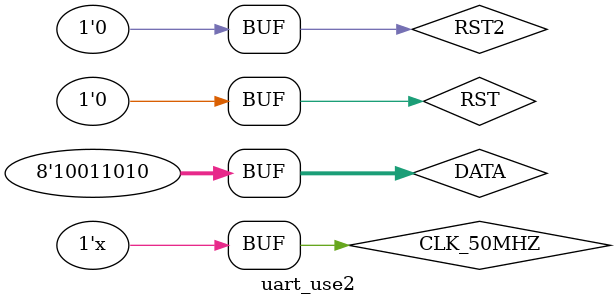
<source format=v>
`timescale 1ns / 1ps
module uart_use2(
    );

reg RST, RST2;
wire CLK_RX, CLK_TX;
reg WR_EN;
reg [7:0] DATA;
wire TX;

reg [3:0] write_cnt;
reg [3:0] write_next;

/*** SIMULATION CLK ***/
reg CLK_50MHZ;


/*** GIVES NO OUTPUT ***/
UART_CLOCK #(.K(2416),.N(16))
              c1(.RST(RST), .CLK(CLK_50MHZ),.CLK_RX(CLK_RX),.CLK_TX(CLK_TX));

/*** GETS NO CLK_WX ***/			
SERIAL_TX_FIFO #(.DEPTH(1))
					tx( 	.CLK_TX(CLK_TX),
							.RST(~RST2),
							.WR_EN(WR_EN),
							.CLK_WR(CLK_TX),
							.TX(TX),
							.DATA(DATA)
						);
			
/*** INITIAL ***/			
initial
	begin
	CLK_50MHZ = 0;
	RST = 0;
	WR_EN = 0;
	
	DATA = 8'b01010101;
	
	/** RST CLOCKS **/
	RST = 1;
	#10;
	RST = 0;
	
	/** RST RX/TX **/
	RST2 = 1;
	#500;
	RST2 = 0;
	
	#5000;
	DATA = 8'b10000110;
	write_next = 1;
	#5000;
	DATA = 8'b10001100;
	write_next = 1;
	#5000;
	DATA = 8'b10001101;
	write_next = 1;
	#5000;
	DATA = 8'b10011010;
	write_next = 1;
	end
	
always @(negedge CLK_TX)
	if( write_cnt > 0 ) write_next <= write_next - 1;

always @(posedge CLK_TX)
	begin
	write_cnt = write_next;
	
	if(write_cnt > 0) WR_EN = 1;
	else WR_EN = 0;
	
	
	end

/*** SIMULATION CLK 50 MHZ ***/
always
	begin
	#1;
	CLK_50MHZ = ~CLK_50MHZ;
	end

endmodule

</source>
